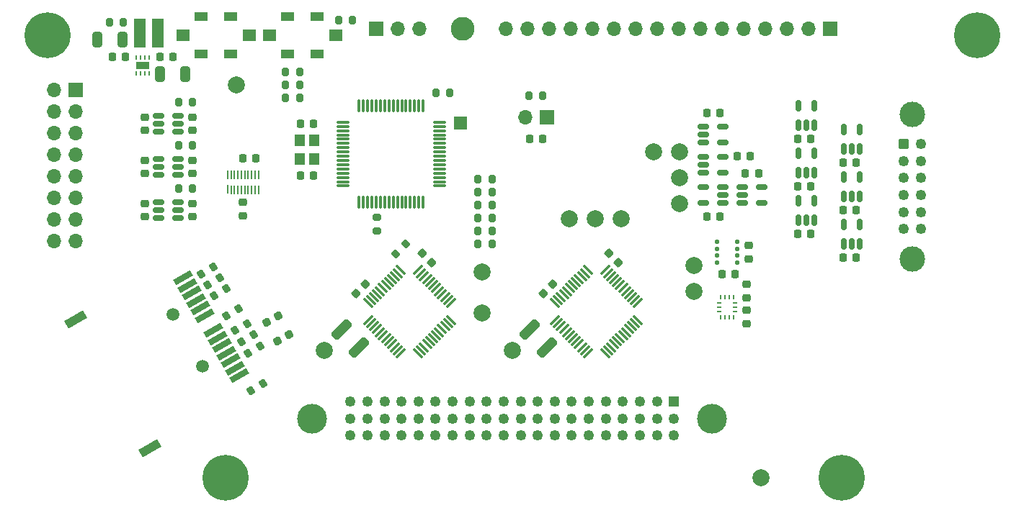
<source format=gts>
%TF.GenerationSoftware,KiCad,Pcbnew,7.0.1-0*%
%TF.CreationDate,2023-04-03T11:55:14-05:00*%
%TF.ProjectId,plenum,706c656e-756d-42e6-9b69-6361645f7063,1*%
%TF.SameCoordinates,PXc1c9600PY2e063a0*%
%TF.FileFunction,Soldermask,Top*%
%TF.FilePolarity,Negative*%
%FSLAX46Y46*%
G04 Gerber Fmt 4.6, Leading zero omitted, Abs format (unit mm)*
G04 Created by KiCad (PCBNEW 7.0.1-0) date 2023-04-03 11:55:14*
%MOMM*%
%LPD*%
G01*
G04 APERTURE LIST*
G04 Aperture macros list*
%AMRoundRect*
0 Rectangle with rounded corners*
0 $1 Rounding radius*
0 $2 $3 $4 $5 $6 $7 $8 $9 X,Y pos of 4 corners*
0 Add a 4 corners polygon primitive as box body*
4,1,4,$2,$3,$4,$5,$6,$7,$8,$9,$2,$3,0*
0 Add four circle primitives for the rounded corners*
1,1,$1+$1,$2,$3*
1,1,$1+$1,$4,$5*
1,1,$1+$1,$6,$7*
1,1,$1+$1,$8,$9*
0 Add four rect primitives between the rounded corners*
20,1,$1+$1,$2,$3,$4,$5,0*
20,1,$1+$1,$4,$5,$6,$7,0*
20,1,$1+$1,$6,$7,$8,$9,0*
20,1,$1+$1,$8,$9,$2,$3,0*%
%AMRotRect*
0 Rectangle, with rotation*
0 The origin of the aperture is its center*
0 $1 length*
0 $2 width*
0 $3 Rotation angle, in degrees counterclockwise*
0 Add horizontal line*
21,1,$1,$2,0,0,$3*%
%AMFreePoly0*
4,1,21,-0.625000,0.375000,-0.605970,0.470671,-0.551777,0.551777,-0.470671,0.605970,-0.375000,0.625000,0.375000,0.625000,0.470671,0.605970,0.551777,0.551777,0.605970,0.470671,0.625000,0.375000,0.625000,-0.375000,0.605970,-0.470671,0.551777,-0.551777,0.470671,-0.605970,0.375000,-0.625000,-0.375000,-0.625000,-0.470671,-0.605970,-0.551777,-0.551777,-0.605970,-0.470671,-0.625000,-0.375000,
-0.625000,0.375000,-0.625000,0.375000,$1*%
G04 Aperture macros list end*
%ADD10RoundRect,0.200000X0.035705X0.338157X-0.310705X0.138157X-0.035705X-0.338157X0.310705X-0.138157X0*%
%ADD11C,2.000000*%
%ADD12RoundRect,0.200000X-0.200000X-0.275000X0.200000X-0.275000X0.200000X0.275000X-0.200000X0.275000X0*%
%ADD13C,5.400000*%
%ADD14RoundRect,0.225000X-0.250000X0.225000X-0.250000X-0.225000X0.250000X-0.225000X0.250000X0.225000X0*%
%ADD15RoundRect,0.150000X0.150000X-0.512500X0.150000X0.512500X-0.150000X0.512500X-0.150000X-0.512500X0*%
%ADD16RoundRect,0.200000X0.200000X0.275000X-0.200000X0.275000X-0.200000X-0.275000X0.200000X-0.275000X0*%
%ADD17RoundRect,0.200000X-0.035705X-0.338157X0.310705X-0.138157X0.035705X0.338157X-0.310705X0.138157X0*%
%ADD18RoundRect,0.225000X0.225000X0.250000X-0.225000X0.250000X-0.225000X-0.250000X0.225000X-0.250000X0*%
%ADD19RoundRect,0.225000X0.250000X-0.225000X0.250000X0.225000X-0.250000X0.225000X-0.250000X-0.225000X0*%
%ADD20RoundRect,0.225000X0.335876X0.017678X0.017678X0.335876X-0.335876X-0.017678X-0.017678X-0.335876X0*%
%ADD21RoundRect,0.150000X0.512500X0.150000X-0.512500X0.150000X-0.512500X-0.150000X0.512500X-0.150000X0*%
%ADD22RoundRect,0.250000X-0.981111X-0.539169X-0.539169X-0.981111X0.981111X0.539169X0.539169X0.981111X0*%
%ADD23RoundRect,0.225000X-0.069856X-0.329006X0.319856X-0.104006X0.069856X0.329006X-0.319856X0.104006X0*%
%ADD24RoundRect,0.225000X-0.017678X0.335876X-0.335876X0.017678X0.017678X-0.335876X0.335876X-0.017678X0*%
%ADD25RoundRect,0.200000X-0.275000X0.200000X-0.275000X-0.200000X0.275000X-0.200000X0.275000X0.200000X0*%
%ADD26R,0.250000X0.475000*%
%ADD27R,0.475000X0.250000*%
%ADD28RoundRect,0.150000X-0.512500X-0.150000X0.512500X-0.150000X0.512500X0.150000X-0.512500X0.150000X0*%
%ADD29C,2.800000*%
%ADD30R,1.700000X1.700000*%
%ADD31O,1.700000X1.700000*%
%ADD32R,1.500000X1.400000*%
%ADD33R,1.500000X1.000000*%
%ADD34RoundRect,0.125000X0.137500X-0.125000X0.137500X0.125000X-0.137500X0.125000X-0.137500X-0.125000X0*%
%ADD35RoundRect,0.075000X-0.521491X0.415425X0.415425X-0.521491X0.521491X-0.415425X-0.415425X0.521491X0*%
%ADD36RoundRect,0.075000X-0.521491X-0.415425X-0.415425X-0.521491X0.521491X0.415425X0.415425X0.521491X0*%
%ADD37C,1.500000*%
%ADD38RotRect,0.710000X2.290000X120.000000*%
%ADD39RotRect,1.015000X2.540000X120.000000*%
%ADD40RoundRect,0.225000X-0.225000X-0.250000X0.225000X-0.250000X0.225000X0.250000X-0.225000X0.250000X0*%
%ADD41R,0.200000X1.100000*%
%ADD42R,0.200000X1.000000*%
%ADD43RoundRect,0.075000X0.662500X0.075000X-0.662500X0.075000X-0.662500X-0.075000X0.662500X-0.075000X0*%
%ADD44RoundRect,0.075000X0.075000X0.662500X-0.075000X0.662500X-0.075000X-0.662500X0.075000X-0.662500X0*%
%ADD45RoundRect,0.250000X0.325000X0.650000X-0.325000X0.650000X-0.325000X-0.650000X0.325000X-0.650000X0*%
%ADD46RoundRect,0.200000X-0.053033X0.335876X-0.335876X0.053033X0.053033X-0.335876X0.335876X-0.053033X0*%
%ADD47R,1.500000X1.500000*%
%ADD48R,1.200000X1.400000*%
%ADD49R,1.350000X3.400000*%
%ADD50C,3.000000*%
%ADD51RoundRect,0.312500X0.312500X-0.312500X0.312500X0.312500X-0.312500X0.312500X-0.312500X-0.312500X0*%
%ADD52C,1.250000*%
%ADD53R,0.250000X0.500000*%
%ADD54R,1.600000X0.900000*%
%ADD55RoundRect,0.250000X-0.325000X-0.650000X0.325000X-0.650000X0.325000X0.650000X-0.325000X0.650000X0*%
%ADD56RoundRect,0.225000X0.069856X0.329006X-0.319856X0.104006X-0.069856X-0.329006X0.319856X-0.104006X0*%
%ADD57C,3.500000*%
%ADD58FreePoly0,90.000000*%
G04 APERTURE END LIST*
D10*
%TO.C,R17*%
X-92757529Y-32099500D03*
X-94186471Y-32924500D03*
%TD*%
D11*
%TO.C,TP13*%
X-61976000Y-36195000D03*
%TD*%
D12*
%TO.C,R18*%
X-85026000Y-10922000D03*
X-83376000Y-10922000D03*
%TD*%
D13*
%TO.C,H4*%
X-92075000Y-55626000D03*
%TD*%
D14*
%TO.C,C41*%
X-96012000Y-13195000D03*
X-96012000Y-14745000D03*
%TD*%
D15*
%TO.C,U9*%
X-19492000Y-22473500D03*
X-18542000Y-22473500D03*
X-17592000Y-22473500D03*
X-17592000Y-20198500D03*
X-19492000Y-20198500D03*
%TD*%
D11*
%TO.C,TP16*%
X-80518000Y-40640000D03*
%TD*%
D12*
%TO.C,R7*%
X-105727000Y-2032000D03*
X-104077000Y-2032000D03*
%TD*%
D16*
%TO.C,R28*%
X-95949000Y-16510001D03*
X-97599000Y-16510001D03*
%TD*%
D17*
%TO.C,R10*%
X-94948471Y-31654500D03*
X-93519529Y-30829500D03*
%TD*%
D18*
%TO.C,C1*%
X-54851001Y-15748000D03*
X-56401001Y-15748000D03*
%TD*%
D11*
%TO.C,TP4*%
X-48641000Y-25146000D03*
%TD*%
D19*
%TO.C,C38*%
X-101600000Y-14745000D03*
X-101600000Y-13195000D03*
%TD*%
%TO.C,C55*%
X-90043000Y-24778000D03*
X-90043000Y-23228000D03*
%TD*%
D20*
%TO.C,C26*%
X-67904992Y-30266008D03*
X-69001008Y-29169992D03*
%TD*%
D21*
%TO.C,U4*%
X-33660500Y-23302000D03*
X-33660500Y-22352000D03*
X-33660500Y-21402000D03*
X-35935500Y-21402000D03*
X-35935500Y-23302000D03*
%TD*%
D22*
%TO.C,RSENSE1*%
X-56406144Y-38208856D03*
X-54337856Y-40277144D03*
%TD*%
D10*
%TO.C,R12*%
X-89582529Y-37460855D03*
X-91011471Y-38285855D03*
%TD*%
D13*
%TO.C,H3*%
X-19685000Y-55626000D03*
%TD*%
D14*
%TO.C,C42*%
X-96012000Y-18275000D03*
X-96012000Y-19825000D03*
%TD*%
D12*
%TO.C,R1*%
X-56451001Y-10667999D03*
X-54801001Y-10667999D03*
%TD*%
D13*
%TO.C,H2*%
X-113030000Y-3556000D03*
%TD*%
D16*
%TO.C,R29*%
X-95948998Y-21590000D03*
X-97598998Y-21590000D03*
%TD*%
D23*
%TO.C,C52*%
X-86000598Y-39498941D03*
X-84658258Y-38723941D03*
%TD*%
D18*
%TO.C,C44*%
X-32244999Y-31623001D03*
X-33794999Y-31623001D03*
%TD*%
D24*
%TO.C,C35*%
X-53680992Y-32852992D03*
X-54777008Y-33949008D03*
%TD*%
D18*
%TO.C,C25*%
X-98285000Y-6096000D03*
X-99835000Y-6096000D03*
%TD*%
D10*
%TO.C,L3*%
X-88820529Y-38780677D03*
X-90249471Y-39605677D03*
%TD*%
D25*
%TO.C,R4*%
X-74295000Y-24956000D03*
X-74295000Y-26606000D03*
%TD*%
D26*
%TO.C,U20*%
X-33896999Y-36722499D03*
X-33396999Y-36722499D03*
X-32896999Y-36722499D03*
X-32396999Y-36722499D03*
D27*
X-32234499Y-36059999D03*
X-32234499Y-35559999D03*
X-32234499Y-35059999D03*
D26*
X-32396999Y-34397499D03*
X-32896999Y-34397499D03*
X-33396999Y-34397499D03*
X-33908999Y-34397499D03*
D27*
X-34059499Y-35059999D03*
X-34059499Y-35559999D03*
X-34059499Y-36059999D03*
%TD*%
D11*
%TO.C,TP2*%
X-58420000Y-40640000D03*
%TD*%
D19*
%TO.C,C40*%
X-101600000Y-24905000D03*
X-101600000Y-23355000D03*
%TD*%
D18*
%TO.C,C23*%
X-34023000Y-12700000D03*
X-35573000Y-12700000D03*
%TD*%
D28*
%TO.C,U3*%
X-35935500Y-17846000D03*
X-35935500Y-18796000D03*
X-35935500Y-19746000D03*
X-33660500Y-19746000D03*
X-33660500Y-17846000D03*
%TD*%
D12*
%TO.C,R19*%
X-62420000Y-20447000D03*
X-60770000Y-20447000D03*
%TD*%
D29*
%TO.C,TP1*%
X-64262000Y-2794000D03*
%TD*%
D30*
%TO.C,J7*%
X-21082000Y-2794000D03*
D31*
X-23622000Y-2794000D03*
X-26162000Y-2794000D03*
X-28702000Y-2794000D03*
X-31242000Y-2794000D03*
X-33782000Y-2794000D03*
X-36322000Y-2794000D03*
X-38862000Y-2794000D03*
X-41402000Y-2794000D03*
X-43942000Y-2794000D03*
X-46482000Y-2794000D03*
X-49022000Y-2794000D03*
X-51562000Y-2794000D03*
X-54102000Y-2794000D03*
X-56642000Y-2794000D03*
X-59182000Y-2794000D03*
%TD*%
D32*
%TO.C,SW1*%
X-89318000Y-3556000D03*
X-97118000Y-3556000D03*
D33*
X-91468000Y-5756000D03*
X-91468000Y-1356000D03*
X-94968000Y-5756000D03*
X-94968000Y-1356000D03*
%TD*%
D34*
%TO.C,U15*%
X-34334500Y-30282999D03*
X-34334500Y-29482999D03*
X-34334500Y-28682999D03*
X-34334500Y-27882999D03*
X-31959500Y-27882999D03*
X-31959500Y-28682999D03*
X-31959500Y-29482999D03*
X-31959500Y-30282999D03*
%TD*%
D30*
%TO.C,J9*%
X-74422000Y-2794000D03*
D31*
X-71882000Y-2794000D03*
X-69342000Y-2794000D03*
%TD*%
D35*
%TO.C,U19*%
X-49512788Y-31180124D03*
X-49866342Y-31533678D03*
X-50219895Y-31887231D03*
X-50573449Y-32240785D03*
X-50927002Y-32594338D03*
X-51280555Y-32947891D03*
X-51634109Y-33301445D03*
X-51987662Y-33654998D03*
X-52341215Y-34008551D03*
X-52694769Y-34362105D03*
X-53048322Y-34715658D03*
X-53401876Y-35069212D03*
D36*
X-53401876Y-37066788D03*
X-53048322Y-37420342D03*
X-52694769Y-37773895D03*
X-52341215Y-38127449D03*
X-51987662Y-38481002D03*
X-51634109Y-38834555D03*
X-51280555Y-39188109D03*
X-50927002Y-39541662D03*
X-50573449Y-39895215D03*
X-50219895Y-40248769D03*
X-49866342Y-40602322D03*
X-49512788Y-40955876D03*
D35*
X-47515212Y-40955876D03*
X-47161658Y-40602322D03*
X-46808105Y-40248769D03*
X-46454551Y-39895215D03*
X-46100998Y-39541662D03*
X-45747445Y-39188109D03*
X-45393891Y-38834555D03*
X-45040338Y-38481002D03*
X-44686785Y-38127449D03*
X-44333231Y-37773895D03*
X-43979678Y-37420342D03*
X-43626124Y-37066788D03*
D36*
X-43626124Y-35069212D03*
X-43979678Y-34715658D03*
X-44333231Y-34362105D03*
X-44686785Y-34008551D03*
X-45040338Y-33654998D03*
X-45393891Y-33301445D03*
X-45747445Y-32947891D03*
X-46100998Y-32594338D03*
X-46454551Y-32240785D03*
X-46808105Y-31887231D03*
X-47161658Y-31533678D03*
X-47515212Y-31180124D03*
%TD*%
D37*
%TO.C,J5*%
X-94792481Y-42477689D03*
X-98292481Y-36415511D03*
D38*
X-90473520Y-43598348D03*
X-90983520Y-42715003D03*
X-91493520Y-41831657D03*
X-92003520Y-40948311D03*
X-92513520Y-40064965D03*
X-93023520Y-39181619D03*
X-93533520Y-38298273D03*
X-94553520Y-36531581D03*
X-95063520Y-35648235D03*
X-95573520Y-34764889D03*
X-96083520Y-33881543D03*
X-96593520Y-32998197D03*
X-97103520Y-32114852D03*
D39*
X-101009600Y-52129322D03*
X-109747100Y-36995528D03*
%TD*%
D40*
%TO.C,C22*%
X-32017000Y-17780000D03*
X-30467000Y-17780000D03*
%TD*%
D12*
%TO.C,R23*%
X-62420000Y-28067000D03*
X-60770000Y-28067000D03*
%TD*%
D41*
%TO.C,U17*%
X-91843000Y-21678000D03*
D42*
X-91443000Y-21728000D03*
X-91043000Y-21728000D03*
X-90643000Y-21728000D03*
X-90243000Y-21728000D03*
X-89843000Y-21728000D03*
X-89443000Y-21728000D03*
X-89043000Y-21728000D03*
X-88643000Y-21728000D03*
X-88243000Y-21728000D03*
X-88243000Y-19928000D03*
X-88643000Y-19928000D03*
X-89043000Y-19928000D03*
X-89443000Y-19928000D03*
X-89843000Y-19928000D03*
X-90243000Y-19928000D03*
X-90643000Y-19928000D03*
X-91043000Y-19928000D03*
X-91443000Y-19928000D03*
X-91843000Y-19928000D03*
%TD*%
D15*
%TO.C,U6*%
X-24826000Y-14091500D03*
X-23876000Y-14091500D03*
X-22926000Y-14091500D03*
X-22926000Y-11816500D03*
X-24826000Y-11816500D03*
%TD*%
D13*
%TO.C,H1*%
X-3810000Y-3556000D03*
%TD*%
D19*
%TO.C,C45*%
X-30606999Y-29857999D03*
X-30606999Y-28307999D03*
%TD*%
D17*
%TO.C,R13*%
X-92027471Y-36526090D03*
X-90598529Y-35701090D03*
%TD*%
D11*
%TO.C,TP5*%
X-38735000Y-23368000D03*
%TD*%
D18*
%TO.C,C2*%
X-81775000Y-13970000D03*
X-83325000Y-13970000D03*
%TD*%
D24*
%TO.C,C34*%
X-75651992Y-32852992D03*
X-76748008Y-33949008D03*
%TD*%
D40*
%TO.C,C56*%
X-90056000Y-18034000D03*
X-88506000Y-18034000D03*
%TD*%
D43*
%TO.C,U1*%
X-66981500Y-21276000D03*
X-66981500Y-20776000D03*
X-66981500Y-20276000D03*
X-66981500Y-19776000D03*
X-66981500Y-19276000D03*
X-66981500Y-18776000D03*
X-66981500Y-18276000D03*
X-66981500Y-17776000D03*
X-66981500Y-17276000D03*
X-66981500Y-16776000D03*
X-66981500Y-16276000D03*
X-66981500Y-15776000D03*
X-66981500Y-15276000D03*
X-66981500Y-14776000D03*
X-66981500Y-14276000D03*
X-66981500Y-13776000D03*
D44*
X-68894000Y-11863500D03*
X-69394000Y-11863500D03*
X-69894000Y-11863500D03*
X-70394000Y-11863500D03*
X-70894000Y-11863500D03*
X-71394000Y-11863500D03*
X-71894000Y-11863500D03*
X-72394000Y-11863500D03*
X-72894000Y-11863500D03*
X-73394000Y-11863500D03*
X-73894000Y-11863500D03*
X-74394000Y-11863500D03*
X-74894000Y-11863500D03*
X-75394000Y-11863500D03*
X-75894000Y-11863500D03*
X-76394000Y-11863500D03*
D43*
X-78306500Y-13776000D03*
X-78306500Y-14276000D03*
X-78306500Y-14776000D03*
X-78306500Y-15276000D03*
X-78306500Y-15776000D03*
X-78306500Y-16276000D03*
X-78306500Y-16776000D03*
X-78306500Y-17276000D03*
X-78306500Y-17776000D03*
X-78306500Y-18276000D03*
X-78306500Y-18776000D03*
X-78306500Y-19276000D03*
X-78306500Y-19776000D03*
X-78306500Y-20276000D03*
X-78306500Y-20776000D03*
X-78306500Y-21276000D03*
D44*
X-76394000Y-23188500D03*
X-75894000Y-23188500D03*
X-75394000Y-23188500D03*
X-74894000Y-23188500D03*
X-74394000Y-23188500D03*
X-73894000Y-23188500D03*
X-73394000Y-23188500D03*
X-72894000Y-23188500D03*
X-72394000Y-23188500D03*
X-71894000Y-23188500D03*
X-71394000Y-23188500D03*
X-70894000Y-23188500D03*
X-70394000Y-23188500D03*
X-69894000Y-23188500D03*
X-69394000Y-23188500D03*
X-68894000Y-23188500D03*
%TD*%
D14*
%TO.C,C43*%
X-96012000Y-23355000D03*
X-96012000Y-24905000D03*
%TD*%
D21*
%TO.C,U13*%
X-97668500Y-20000000D03*
X-97668500Y-19050000D03*
X-97668500Y-18100000D03*
X-99943500Y-18100000D03*
X-99943500Y-19050000D03*
X-99943500Y-20000000D03*
%TD*%
D17*
%TO.C,R6*%
X-89106471Y-45370500D03*
X-87677529Y-44545500D03*
%TD*%
D40*
%TO.C,C12*%
X-24905000Y-15748000D03*
X-23355000Y-15748000D03*
%TD*%
D19*
%TO.C,C39*%
X-101600000Y-19825000D03*
X-101600000Y-18275000D03*
%TD*%
D22*
%TO.C,RSENSE2*%
X-78504144Y-38208856D03*
X-76435856Y-40277144D03*
%TD*%
D12*
%TO.C,R22*%
X-62420000Y-25019001D03*
X-60770000Y-25019001D03*
%TD*%
D10*
%TO.C,R16*%
X-91995529Y-33369500D03*
X-93424471Y-34194500D03*
%TD*%
D45*
%TO.C,C19*%
X-96823000Y-8128000D03*
X-99773000Y-8128000D03*
%TD*%
D11*
%TO.C,TP14*%
X-51689000Y-25146000D03*
%TD*%
D40*
%TO.C,C17*%
X-24905000Y-26924000D03*
X-23355000Y-26924000D03*
%TD*%
D15*
%TO.C,U10*%
X-24826000Y-25267500D03*
X-23876000Y-25267500D03*
X-22926000Y-25267500D03*
X-22926000Y-22992500D03*
X-24826000Y-22992500D03*
%TD*%
D40*
%TO.C,C13*%
X-19571000Y-18542000D03*
X-18021000Y-18542000D03*
%TD*%
D11*
%TO.C,TP6*%
X-38735000Y-20320000D03*
%TD*%
D18*
%TO.C,C20*%
X-29464000Y-19812000D03*
X-31014000Y-19812000D03*
%TD*%
D16*
%TO.C,R2*%
X-65723000Y-10287000D03*
X-67373000Y-10287000D03*
%TD*%
D35*
%TO.C,U18*%
X-71483788Y-31180124D03*
X-71837342Y-31533678D03*
X-72190895Y-31887231D03*
X-72544449Y-32240785D03*
X-72898002Y-32594338D03*
X-73251555Y-32947891D03*
X-73605109Y-33301445D03*
X-73958662Y-33654998D03*
X-74312215Y-34008551D03*
X-74665769Y-34362105D03*
X-75019322Y-34715658D03*
X-75372876Y-35069212D03*
D36*
X-75372876Y-37066788D03*
X-75019322Y-37420342D03*
X-74665769Y-37773895D03*
X-74312215Y-38127449D03*
X-73958662Y-38481002D03*
X-73605109Y-38834555D03*
X-73251555Y-39188109D03*
X-72898002Y-39541662D03*
X-72544449Y-39895215D03*
X-72190895Y-40248769D03*
X-71837342Y-40602322D03*
X-71483788Y-40955876D03*
D35*
X-69486212Y-40955876D03*
X-69132658Y-40602322D03*
X-68779105Y-40248769D03*
X-68425551Y-39895215D03*
X-68071998Y-39541662D03*
X-67718445Y-39188109D03*
X-67364891Y-38834555D03*
X-67011338Y-38481002D03*
X-66657785Y-38127449D03*
X-66304231Y-37773895D03*
X-65950678Y-37420342D03*
X-65597124Y-37066788D03*
D36*
X-65597124Y-35069212D03*
X-65950678Y-34715658D03*
X-66304231Y-34362105D03*
X-66657785Y-34008551D03*
X-67011338Y-33654998D03*
X-67364891Y-33301445D03*
X-67718445Y-32947891D03*
X-68071998Y-32594338D03*
X-68425551Y-32240785D03*
X-68779105Y-31887231D03*
X-69132658Y-31533678D03*
X-69486212Y-31180124D03*
%TD*%
D46*
%TO.C,R5*%
X-70917637Y-28118637D03*
X-72084363Y-29285363D03*
%TD*%
D40*
%TO.C,C18*%
X-19571000Y-29718000D03*
X-18021000Y-29718000D03*
%TD*%
D47*
%TO.C,TP3*%
X-64516000Y-13843000D03*
%TD*%
D21*
%TO.C,U12*%
X-97668500Y-14920000D03*
X-97668500Y-13970000D03*
X-97668500Y-13020000D03*
X-99943500Y-13020000D03*
X-99943500Y-13970000D03*
X-99943500Y-14920000D03*
%TD*%
D11*
%TO.C,TP12*%
X-61976000Y-31369000D03*
%TD*%
D12*
%TO.C,R21*%
X-62420000Y-23495000D03*
X-60770000Y-23495000D03*
%TD*%
D19*
%TO.C,C46*%
X-30861000Y-34430001D03*
X-30861000Y-32880001D03*
%TD*%
D11*
%TO.C,FID1*%
X-90805000Y-9398000D03*
%TD*%
D16*
%TO.C,R27*%
X-95948998Y-11430000D03*
X-97598998Y-11430000D03*
%TD*%
D40*
%TO.C,C14*%
X-24905000Y-21336000D03*
X-23355000Y-21336000D03*
%TD*%
D12*
%TO.C,R24*%
X-62420000Y-26543000D03*
X-60770000Y-26543000D03*
%TD*%
D48*
%TO.C,Y1*%
X-83400000Y-15918000D03*
X-83400000Y-18118000D03*
X-81700000Y-18118000D03*
X-81700000Y-15918000D03*
%TD*%
D16*
%TO.C,R3*%
X-77153000Y-1778000D03*
X-78803000Y-1778000D03*
%TD*%
D11*
%TO.C,TP11*%
X-45593000Y-25146000D03*
%TD*%
D40*
%TO.C,C24*%
X-105423000Y-6096000D03*
X-103873000Y-6096000D03*
%TD*%
D19*
%TO.C,C47*%
X-30860999Y-37478001D03*
X-30860999Y-35928001D03*
%TD*%
D11*
%TO.C,FID2*%
X-29210000Y-55626000D03*
%TD*%
D28*
%TO.C,U5*%
X-31363500Y-21402000D03*
X-31363500Y-22352000D03*
X-31363500Y-23302000D03*
X-29088500Y-23302000D03*
X-29088500Y-21402000D03*
%TD*%
D49*
%TO.C,L2*%
X-102167000Y-3302000D03*
X-100017000Y-3302000D03*
%TD*%
D15*
%TO.C,U11*%
X-19492000Y-28061500D03*
X-18542000Y-28061500D03*
X-17592000Y-28061500D03*
X-17592000Y-25786500D03*
X-19492000Y-25786500D03*
%TD*%
%TO.C,U8*%
X-24826000Y-19679500D03*
X-23876000Y-19679500D03*
X-22926000Y-19679500D03*
X-22926000Y-17404500D03*
X-24826000Y-17404500D03*
%TD*%
D50*
%TO.C,J4*%
X-11430000Y-29836000D03*
X-11430000Y-12836000D03*
D51*
X-12430000Y-16336000D03*
D52*
X-12430000Y-18336000D03*
X-12430000Y-20336000D03*
X-12430000Y-22336000D03*
X-12430000Y-24336000D03*
X-12430000Y-26336000D03*
X-10430000Y-16336000D03*
X-10430000Y-18336000D03*
X-10430000Y-20336000D03*
X-10430000Y-22336000D03*
X-10430000Y-24336000D03*
X-10430000Y-26336000D03*
%TD*%
D12*
%TO.C,R15*%
X-85026000Y-7874000D03*
X-83376000Y-7874000D03*
%TD*%
D53*
%TO.C,U16*%
X-102608000Y-8062000D03*
X-102108000Y-8062000D03*
X-101608000Y-8062000D03*
X-101108000Y-8062000D03*
X-101108000Y-6162000D03*
X-101608000Y-6162000D03*
X-102108000Y-6162000D03*
X-102608000Y-6162000D03*
D54*
X-101858000Y-7112000D03*
%TD*%
D30*
%TO.C,J1*%
X-54351000Y-13208000D03*
D31*
X-56891000Y-13208000D03*
%TD*%
D40*
%TO.C,C21*%
X-35573000Y-24892000D03*
X-34023000Y-24892000D03*
%TD*%
%TO.C,C3*%
X-83325000Y-20066000D03*
X-81775000Y-20066000D03*
%TD*%
D12*
%TO.C,R20*%
X-62420000Y-21971000D03*
X-60770000Y-21971000D03*
%TD*%
D11*
%TO.C,TP9*%
X-37084000Y-30607000D03*
%TD*%
D21*
%TO.C,U14*%
X-97668500Y-25080000D03*
X-97668500Y-24130000D03*
X-97668500Y-23180000D03*
X-99943500Y-23180000D03*
X-99943500Y-24130000D03*
X-99943500Y-25080000D03*
%TD*%
D12*
%TO.C,R14*%
X-85026000Y-9398000D03*
X-83376000Y-9398000D03*
%TD*%
D11*
%TO.C,TP8*%
X-41783000Y-17272000D03*
%TD*%
D15*
%TO.C,U7*%
X-19492000Y-16885500D03*
X-18542000Y-16885500D03*
X-17592000Y-16885500D03*
X-17592000Y-14610500D03*
X-19492000Y-14610500D03*
%TD*%
D28*
%TO.C,U2*%
X-35935500Y-14290000D03*
X-35935500Y-15240000D03*
X-35935500Y-16190000D03*
X-33660500Y-16190000D03*
X-33660500Y-14290000D03*
%TD*%
D20*
%TO.C,C27*%
X-45933992Y-30266008D03*
X-47030008Y-29169992D03*
%TD*%
D55*
%TO.C,C15*%
X-107139000Y-4064000D03*
X-104189000Y-4064000D03*
%TD*%
D11*
%TO.C,TP10*%
X-37084000Y-33655000D03*
%TD*%
D10*
%TO.C,L1*%
X-88058529Y-40100500D03*
X-89487471Y-40925500D03*
%TD*%
D40*
%TO.C,C16*%
X-19571000Y-24130000D03*
X-18021000Y-24130000D03*
%TD*%
D56*
%TO.C,C53*%
X-85928259Y-36524236D03*
X-87270599Y-37299236D03*
%TD*%
D57*
%TO.C,J3*%
X-81920000Y-48641000D03*
X-34920000Y-48641000D03*
D58*
X-39420000Y-46641000D03*
D52*
X-41420000Y-46641000D03*
X-43420000Y-46641000D03*
X-45420000Y-46641000D03*
X-47420000Y-46641000D03*
X-49420000Y-46641000D03*
X-51420000Y-46641000D03*
X-53420000Y-46641000D03*
X-55420000Y-46641000D03*
X-57420000Y-46641000D03*
X-59420000Y-46641000D03*
X-61420000Y-46641000D03*
X-63420000Y-46641000D03*
X-65420000Y-46641000D03*
X-67420000Y-46641000D03*
X-69420000Y-46641000D03*
X-71420000Y-46641000D03*
X-73420000Y-46641000D03*
X-75420000Y-46641000D03*
X-77420000Y-46641000D03*
X-39420000Y-48641000D03*
X-41420000Y-48641000D03*
X-43420000Y-48641000D03*
X-45420000Y-48641000D03*
X-47420000Y-48641000D03*
X-49420000Y-48641000D03*
X-51420000Y-48641000D03*
X-53420000Y-48641000D03*
X-55420000Y-48641000D03*
X-57420000Y-48641000D03*
X-59420000Y-48641000D03*
X-61420000Y-48641000D03*
X-63420000Y-48641000D03*
X-65420000Y-48641000D03*
X-67420000Y-48641000D03*
X-69420000Y-48641000D03*
X-71420000Y-48641000D03*
X-73420000Y-48641000D03*
X-75420000Y-48641000D03*
X-77420000Y-48641000D03*
X-39420000Y-50641000D03*
X-41420000Y-50641000D03*
X-43420000Y-50641000D03*
X-45420000Y-50641000D03*
X-47420000Y-50641000D03*
X-49420000Y-50641000D03*
X-51420000Y-50641000D03*
X-53420000Y-50641000D03*
X-55420000Y-50641000D03*
X-57420000Y-50641000D03*
X-59420000Y-50641000D03*
X-61420000Y-50641000D03*
X-63420000Y-50641000D03*
X-65420000Y-50641000D03*
X-67420000Y-50641000D03*
X-69420000Y-50641000D03*
X-71420000Y-50641000D03*
X-73420000Y-50641000D03*
X-75420000Y-50641000D03*
X-77420000Y-50641000D03*
%TD*%
D11*
%TO.C,TP7*%
X-38735000Y-17272000D03*
%TD*%
D32*
%TO.C,SW2*%
X-79158000Y-3556000D03*
X-86958000Y-3556000D03*
D33*
X-81308000Y-5756000D03*
X-81308000Y-1356000D03*
X-84808000Y-5756000D03*
X-84808000Y-1356000D03*
%TD*%
D30*
%TO.C,J2*%
X-109728000Y-9942830D03*
D31*
X-112268000Y-9942830D03*
X-109728000Y-12482830D03*
X-112268000Y-12482830D03*
X-109728000Y-15022830D03*
X-112268000Y-15022830D03*
X-109728000Y-17562830D03*
X-112268000Y-17562830D03*
X-109728000Y-20102830D03*
X-112268000Y-20102830D03*
X-109728000Y-22642830D03*
X-112268000Y-22642830D03*
X-109728000Y-25182830D03*
X-112268000Y-25182830D03*
X-109728000Y-27722830D03*
X-112268000Y-27722830D03*
%TD*%
M02*

</source>
